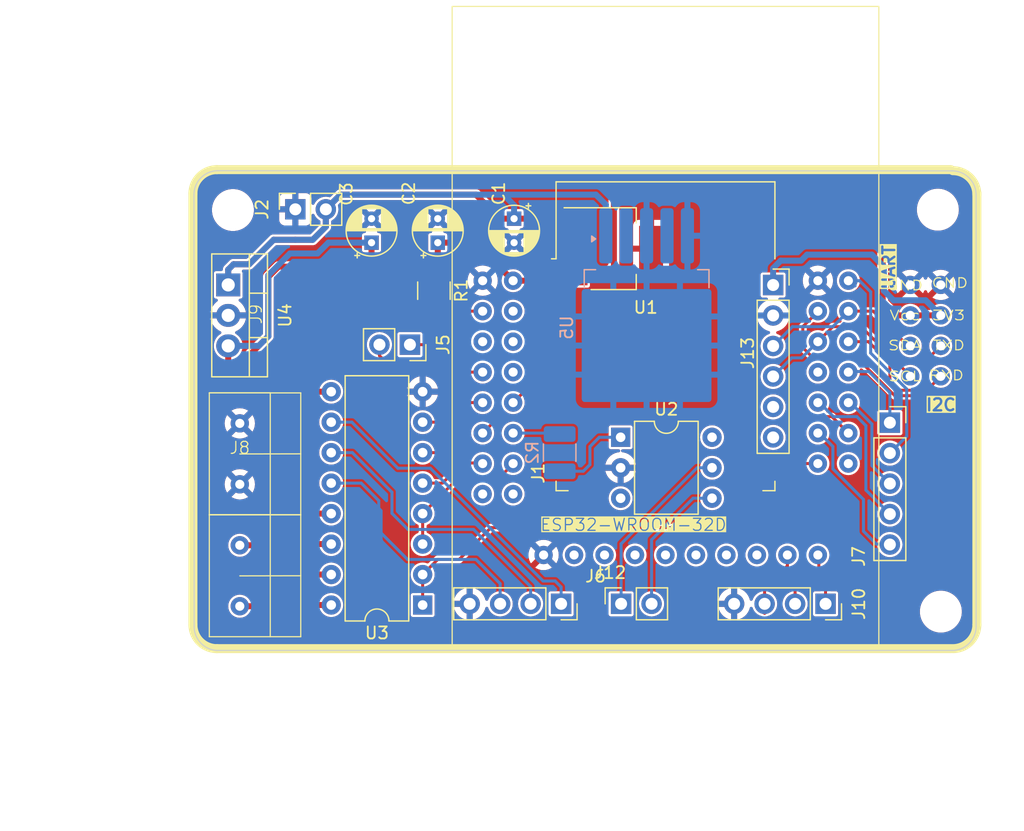
<source format=kicad_pcb>
(kicad_pcb (version 20240108) (generator "pcbnew") (generator_version "8.0")
  (layers (0 "F.Cu" signal) (31 "B.Cu" signal) (34 "B.Paste" user) (35 "F.Paste" user) (36 "B.SilkS" user "B.Silkscreen") (37 "F.SilkS" user "F.Silkscreen") (38 "B.Mask" user) (39 "F.Mask" user) (44 "Edge.Cuts" user))
  (net 0 "")
  (net 1 "GND")
  (net 2 "+3V3")
  (net 3 "+5V")
  (net 4 "/RXD")
  (net 5 "/TXD")
  (net 6 "/SDA")
  (net 7 "/OUT2")
  (net 8 "/OUT3")
  (net 9 "/SCL")
  (net 10 "/OUT1")
  (net 11 "/EN")
  (net 12 "/SOURCE2")
  (net 13 "/SOURCE1")
  (net 14 "/SOURCE3")
  (net 15 "/VDC")
  (net 16 "/DAC1")
  (net 17 "/DAC2")
  (net 18 "/GPIO13")
  (net 19 "/GPIO19")
  (net 20 "/GPIO17")
  (net 21 "/GPIO5")
  (net 22 "/GPIO18")
  (net 23 "/GPIO36")
  (net 24 "/ADC2_CH3")
  (net 25 "/GPIO32")
  (net 26 "/GPIO34")
  (net 27 "/SD_DATA1")
  (net 28 "/SD_DATA2")
  (net 29 "/SD_CLK")
  (net 30 "/SD_CMD")
  (net 31 "/SD_DATA3")
  (net 32 "/ADC2_CH0")
  (net 33 "/GPIO23")
  (net 34 "/SD_DATA0")
  (net 35 "/GPIO27")
  (net 36 "/ADC2_CH2")
  (net 37 "/BOOT")
  (net 39 "/V1-")
  (net 40 "Net-(R2-Pad2)")
  (net 41 "/V1+")
  (net 43 "/GPIO39")
  (net 44 "/DTR")
  (net 45 "/RTS")
  (net 46 "/OUT4")
  (net 47 "/SOURCE4")
  (net 48 "/OUT5")
  (net 49 "/SOURCE5")
  (footprint "Capacitor_THT:CP_Radial_D4.0mm_P2.00mm" (layer "F.Cu") (at 100.32 46 90)
    (property "Reference" "C2" (at 4.1 -2.42 -90) (layer "F.SilkS"))
    (property "Value" "1uF")
    (pad "1" thru_hole rect (at 0 0 90) (size 1.2 1.2) (drill 0.6) (layers "*.Cu" "*.Mask") (net 2 "+3V3"))
    (pad "2" thru_hole circle (at 2 0 90) (size 1.2 1.2) (drill 0.6) (layers "*.Cu" "*.Mask") (net 1 "GND"))
  )
  (footprint "Alexander Footprints Library:ESP32-WROOM-Adapter-Socket-2" (layer "F.Cu") (at 119.3 56.79)
    (property "Reference" "J1" (at -10.61 8.43 90) (layer "F.SilkS"))
    (property "Value" "~")
    (fp_text user "ESP32-WROOM-32D" (at -10.5 13.31 0) (layer "F.SilkS" knockout) (effects (font (thickness 0.1)) (justify left bottom)))
    (pad "" thru_hole circle (at -15.24 10.16) (size 1.524 1.524) (drill 0.762) (layers "*.Cu" "*.Mask"))
    (pad "" thru_hole circle (at -12.7 10.16) (size 1.524 1.524) (drill 0.762) (layers "*.Cu" "*.Mask"))
    (pad "1" thru_hole circle (at -15.24 -7.62) (size 1.524 1.524) (drill 0.762) (layers "*.Cu" "*.Mask") (net 1 "GND"))
    (pad "2" thru_hole circle (at -12.7 -7.62) (size 1.524 1.524) (drill 0.762) (layers "*.Cu" "*.Mask") (net 2 "+3V3"))
    (pad "3" thru_hole circle (at -15.24 -5.08) (size 1.524 1.524) (drill 0.762) (layers "*.Cu" "*.Mask") (net 11 "/EN"))
    (pad "4" thru_hole circle (at -12.7 -5.08) (size 1.524 1.524) (drill 0.762) (layers "*.Cu" "*.Mask") (net 23 "/GPIO36"))
    (pad "5" thru_hole circle (at -15.24 -2.54) (size 1.524 1.524) (drill 0.762) (layers "*.Cu" "*.Mask") (net 43 "/GPIO39"))
    (pad "6" thru_hole circle (at -12.7 -2.54) (size 1.524 1.524) (drill 0.762) (layers "*.Cu" "*.Mask") (net 26 "/GPIO34"))
    (pad "7" thru_hole circle (at -15.24 0) (size 1.524 1.524) (drill 0.762) (layers "*.Cu" "*.Mask") (net 48 "/OUT5"))
    (pad "8" thru_hole circle (at -12.7 0) (size 1.524 1.524) (drill 0.762) (layers "*.Cu" "*.Mask") (net 25 "/GPIO32"))
    (pad "9" thru_hole circle (at -15.24 2.54) (size 1.524 1.524) (drill 0.762) (layers "*.Cu" "*.Mask") (net 46 "/OUT4"))
    (pad "10" thru_hole circle (at -12.7 2.54) (size 1.524 1.524) (drill 0.762) (layers "*.Cu" "*.Mask") (net 16 "/DAC1"))
    (pad "11" thru_hole circle (at -15.24 5.08) (size 1.524 1.524) (drill 0.762) (layers "*.Cu" "*.Mask") (net 17 "/DAC2"))
    (pad "12" thru_hole circle (at -12.7 5.08) (size 1.524 1.524) (drill 0.762) (layers "*.Cu" "*.Mask") (net 35 "/GPIO27"))
    (pad "13" thru_hole circle (at -15.24 7.62) (size 1.524 1.524) (drill 0.762) (layers "*.Cu" "*.Mask") (net 8 "/OUT3"))
    (pad "14" thru_hole circle (at -12.7 7.62) (size 1.524 1.524) (drill 0.762) (layers "*.Cu" "*.Mask") (net 7 "/OUT2"))
    (pad "15" thru_hole circle (at -10.16 15.24 90) (size 1.524 1.524) (drill 0.762) (layers "*.Cu" "*.Mask") (net 1 "GND"))
    (pad "16" thru_hole circle (at -7.62 15.24 90) (size 1.524 1.524) (drill 0.762) (layers "*.Cu" "*.Mask") (net 18 "/GPIO13"))
    (pad "17" thru_hole circle (at -5.08 15.24 90) (size 1.524 1.524) (drill 0.762) (layers "*.Cu" "*.Mask") (net 28 "/SD_DATA2"))
    (pad "18" thru_hole circle (at -2.54 15.24 90) (size 1.524 1.524) (drill 0.762) (layers "*.Cu" "*.Mask") (net 31 "/SD_DATA3"))
    (pad "19" thru_hole circle (at 0 15.24 90) (size 1.524 1.524) (drill 0.762) (layers "*.Cu" "*.Mask") (net 30 "/SD_CMD"))
    (pad "20" thru_hole circle (at 2.54 15.24 90) (size 1.524 1.524) (drill 0.762) (layers "*.Cu" "*.Mask") (net 29 "/SD_CLK"))
    (pad "21" thru_hole circle (at 5.08 15.24 90) (size 1.524 1.524) (drill 0.762) (layers "*.Cu" "*.Mask") (net 34 "/SD_DATA0"))
    (pad "22" thru_hole circle (at 7.62 15.24 90) (size 1.524 1.524) (drill 0.762) (layers "*.Cu" "*.Mask") (net 27 "/SD_DATA1"))
    (pad "23" thru_hole circle (at 10.16 15.24 90) (size 1.524 1.524) (drill 0.762) (layers "*.Cu" "*.Mask") (net 24 "/ADC2_CH3"))
    (pad "24" thru_hole circle (at 12.7 15.24 90) (size 1.524 1.524) (drill 0.762) (layers "*.Cu" "*.Mask") (net 36 "/ADC2_CH2"))
    (pad "25" thru_hole circle (at 15.24 7.62) (size 1.524 1.524) (drill 0.762) (layers "*.Cu" "*.Mask") (net 37 "/BOOT"))
    (pad "26" thru_hole circle (at 12.7 7.62) (size 1.524 1.524) (drill 0.762) (layers "*.Cu" "*.Mask") (net 32 "/ADC2_CH0"))
    (pad "27" thru_hole circle (at 15.24 5.08) (size 1.524 1.524) (drill 0.762) (layers "*.Cu" "*.Mask") (net 10 "/OUT1"))
    (pad "28" thru_hole circle (at 12.7 5.08) (size 1.524 1.524) (drill 0.762) (layers "*.Cu" "*.Mask") (net 20 "/GPIO17"))
    (pad "29" thru_hole circle (at 15.24 2.54) (size 1.524 1.524) (drill 0.762) (layers "*.Cu" "*.Mask") (net 21 "/GPIO5"))
    (pad "30" thru_hole circle (at 12.7 2.54) (size 1.524 1.524) (drill 0.762) (layers "*.Cu" "*.Mask") (net 22 "/GPIO18"))
    (pad "31" thru_hole circle (at 15.24 0) (size 1.524 1.524) (drill 0.762) (layers "*.Cu" "*.Mask") (net 19 "/GPIO19"))
    (pad "32" thru_hole circle (at 12.7 0) (size 1.524 1.524) (drill 0.762) (layers "*.Cu" "*.Mask"))
    (pad "33" thru_hole circle (at 15.24 -2.54) (size 1.524 1.524) (drill 0.762) (layers "*.Cu" "*.Mask") (net 6 "/SDA"))
    (pad "34" thru_hole circle (at 12.7 -2.54) (size 1.524 1.524) (drill 0.762) (layers "*.Cu" "*.Mask") (net 4 "/RXD"))
    (pad "35" thru_hole circle (at 15.24 -5.08) (size 1.524 1.524) (drill 0.762) (layers "*.Cu" "*.Mask") (net 5 "/TXD"))
    (pad "36" thru_hole circle (at 12.7 -5.08) (size 1.524 1.524) (drill 0.762) (layers "*.Cu" "*.Mask") (net 9 "/SCL"))
    (pad "37" thru_hole circle (at 15.24 -7.62) (size 1.524 1.524) (drill 0.762) (layers "*.Cu" "*.Mask") (net 33 "/GPIO23"))
    (pad "38" thru_hole circle (at 12.7 -7.62) (size 1.524 1.524) (drill 0.762) (layers "*.Cu" "*.Mask") (net 1 "GND"))
  )
  (footprint "MountingHole:MountingHole_3mm" (layer "F.Cu") (at 142 43.25)
    (property "Reference" "H1" (hide yes))
    (property "Value" "MountingHole_Pad")
    (pad "" np_thru_hole circle (at 0 0) (size 3 3) (drill 3) (layers "*.Cu" "*.Mask"))
  )
  (footprint "MountingHole:MountingHole_3mm" (layer "F.Cu") (at 83.25 43.28)
    (property "Reference" "H2" (hide yes))
    (property "Value" "MountingHole_Pad")
    (pad "" np_thru_hole circle (at 0 0) (size 3 3) (drill 3) (layers "*.Cu" "*.Mask"))
  )
  (footprint "Package_DIP:DIP-16_W7.62mm" (layer "F.Cu") (at 99.06 76.2 180)
    (property "Reference" "U3" (at 3.81 -2.33 0) (layer "F.SilkS"))
    (property "Value" "ULN2003")
    (pad "1" thru_hole rect (at 0 0 180) (size 1.6 1.6) (drill 0.8) (layers "*.Cu" "*.Mask") (net 10 "/OUT1"))
    (pad "2" thru_hole oval (at 0 2.54 180) (size 1.6 1.6) (drill 0.8) (layers "*.Cu" "*.Mask") (net 10 "/OUT1"))
    (pad "3" thru_hole oval (at 0 5.08 180) (size 1.6 1.6) (drill 0.8) (layers "*.Cu" "*.Mask") (net 7 "/OUT2"))
    (pad "4" thru_hole oval (at 0 7.62 180) (size 1.6 1.6) (drill 0.8) (layers "*.Cu" "*.Mask") (net 7 "/OUT2"))
    (pad "5" thru_hole oval (at 0 10.16 180) (size 1.6 1.6) (drill 0.8) (layers "*.Cu" "*.Mask") (net 8 "/OUT3"))
    (pad "6" thru_hole oval (at 0 12.7 180) (size 1.6 1.6) (drill 0.8) (layers "*.Cu" "*.Mask") (net 46 "/OUT4"))
    (pad "7" thru_hole oval (at 0 15.24 180) (size 1.6 1.6) (drill 0.8) (layers "*.Cu" "*.Mask") (net 48 "/OUT5"))
    (pad "8" thru_hole oval (at 0 17.78 180) (size 1.6 1.6) (drill 0.8) (layers "*.Cu" "*.Mask") (net 1 "GND"))
    (pad "9" thru_hole oval (at 7.62 17.78 180) (size 1.6 1.6) (drill 0.8) (layers "*.Cu" "*.Mask") (net 3 "+5V"))
    (pad "10" thru_hole oval (at 7.62 15.24 180) (size 1.6 1.6) (drill 0.8) (layers "*.Cu" "*.Mask") (net 49 "/SOURCE5"))
    (pad "11" thru_hole oval (at 7.62 12.7 180) (size 1.6 1.6) (drill 0.8) (layers "*.Cu" "*.Mask") (net 47 "/SOURCE4"))
    (pad "12" thru_hole oval (at 7.62 10.16 180) (size 1.6 1.6) (drill 0.8) (layers "*.Cu" "*.Mask") (net 14 "/SOURCE3"))
    (pad "13" thru_hole oval (at 7.62 7.62 180) (size 1.6 1.6) (drill 0.8) (layers "*.Cu" "*.Mask") (net 12 "/SOURCE2"))
    (pad "14" thru_hole oval (at 7.62 5.08 180) (size 1.6 1.6) (drill 0.8) (layers "*.Cu" "*.Mask") (net 12 "/SOURCE2"))
    (pad "15" thru_hole oval (at 7.62 2.54 180) (size 1.6 1.6) (drill 0.8) (layers "*.Cu" "*.Mask") (net 13 "/SOURCE1"))
    (pad "16" thru_hole oval (at 7.62 0 180) (size 1.6 1.6) (drill 0.8) (layers "*.Cu" "*.Mask") (net 13 "/SOURCE1"))
  )
  (footprint "Package_DIP:DIP-6_W7.62mm" (layer "F.Cu") (at 115.56 62.22)
    (property "Reference" "U2" (at 3.81 -2.33 0) (layer "F.SilkS"))
    (property "Value" "4N35")
    (pad "1" thru_hole rect (at 0 0) (size 1.6 1.6) (drill 0.8) (layers "*.Cu" "*.Mask") (net 40 "Net-(R2-Pad2)"))
    (pad "2" thru_hole oval (at 0 2.54) (size 1.6 1.6) (drill 0.8) (layers "*.Cu" "*.Mask") (net 1 "GND"))
    (pad "3" thru_hole oval (at 0 5.08) (size 1.6 1.6) (drill 0.8) (layers "*.Cu" "*.Mask"))
    (pad "4" thru_hole oval (at 7.62 5.08) (size 1.6 1.6) (drill 0.8) (layers "*.Cu" "*.Mask") (net 39 "/V1-"))
    (pad "5" thru_hole oval (at 7.62 2.54) (size 1.6 1.6) (drill 0.8) (layers "*.Cu" "*.Mask") (net 41 "/V1+"))
    (pad "6" thru_hole oval (at 7.62 0) (size 1.6 1.6) (drill 0.8) (layers "*.Cu" "*.Mask"))
  )
  (footprint "Alexander Footprints Library:Conn_Terminal_5mm" (layer "F.Cu") (at 83.82 53.44)
    (property "Reference" "J9" (at 1.33 -1.49 90) (layer "F.SilkS") (effects (font (thickness 0.1))))
    (property "Value" "Conn_01x02_Socket")
    (pad "1" thru_hole circle (at 0 7.62) (size 1.524 1.524) (drill 0.762) (layers "*.Cu" "*.Mask") (net 1 "GND"))
    (pad "2" thru_hole circle (at 0 12.7) (size 1.524 1.524) (drill 0.762) (layers "*.Cu" "*.Mask") (net 1 "GND"))
  )
  (footprint "Resistor_SMD:R_1210_3225Metric_Pad1.30x2.65mm_HandSolder" (layer "F.Cu") (at 100 50 -90)
    (property "Reference" "R1" (at 0 -2.28 90) (layer "F.SilkS"))
    (property "Value" "10K")
    (pad "1" smd roundrect (at -1.55 0 270) (size 1.3 2.65) (layers "F.Cu" "F.Paste" "F.Mask") (roundrect_rratio 0.192308) (net 2 "+3V3"))
    (pad "2" smd roundrect (at 1.55 0 270) (size 1.3 2.65) (layers "F.Cu" "F.Paste" "F.Mask") (roundrect_rratio 0.192308) (net 11 "/EN"))
  )
  (footprint "Connector_PinSocket_2.54mm:PinSocket_1x05_P2.54mm_Vertical" (layer "F.Cu") (at 138 61)
    (property "Reference" "J7" (at -2.6 11.15 90) (layer "F.SilkS"))
    (property "Value" "GPIO")
    (pad "1" thru_hole rect (at 0 0) (size 1.7 1.7) (drill 1) (layers "*.Cu" "*.Mask") (net 19 "/GPIO19"))
    (pad "2" thru_hole oval (at 0 2.54) (size 1.7 1.7) (drill 1) (layers "*.Cu" "*.Mask") (net 33 "/GPIO23"))
    (pad "3" thru_hole oval (at 0 5.08) (size 1.7 1.7) (drill 1) (layers "*.Cu" "*.Mask") (net 21 "/GPIO5"))
    (pad "4" thru_hole oval (at 0 7.62) (size 1.7 1.7) (drill 1) (layers "*.Cu" "*.Mask") (net 22 "/GPIO18"))
    (pad "5" thru_hole oval (at 0 10.16) (size 1.7 1.7) (drill 1) (layers "*.Cu" "*.Mask") (net 20 "/GPIO17"))
  )
  (footprint "Connector_PinSocket_2.54mm:PinSocket_1x02_P2.54mm_Vertical" (layer "F.Cu") (at 88.45 43.22 90)
    (property "Reference" "J2" (at 0 -2.77 -90) (layer "F.SilkS"))
    (property "Value" "PWD")
    (pad "1" thru_hole rect (at 0 0 90) (size 1.7 1.7) (drill 1) (layers "*.Cu" "*.Mask") (net 1 "GND"))
    (pad "2" thru_hole oval (at 0 2.54 90) (size 1.7 1.7) (drill 1) (layers "*.Cu" "*.Mask") (net 15 "/VDC"))
  )
  (footprint "Connector_PinSocket_2.54mm:PinSocket_1x02_P2.54mm_Vertical" (layer "F.Cu") (at 115.6 76.1 90)
    (property "Reference" "J12" (at 2.6 -0.92 180) (layer "F.SilkS"))
    (property "Value" "Conn_01x02_Socket")
    (pad "1" thru_hole rect (at 0 0 90) (size 1.7 1.7) (drill 1) (layers "*.Cu" "*.Mask") (net 41 "/V1+"))
    (pad "2" thru_hole oval (at 0 2.54 90) (size 1.7 1.7) (drill 1) (layers "*.Cu" "*.Mask") (net 39 "/V1-"))
  )
  (footprint "Connector_PinSocket_2.54mm:PinSocket_1x04_P2.54mm_Vertical" (layer "F.Cu") (at 110.6 76.1 -90)
    (property "Reference" "J6" (at -2.3 -2.87 180) (layer "F.SilkS"))
    (property "Value" "SOURCE")
    (pad "1" thru_hole rect (at 0 0 270) (size 1.7 1.7) (drill 1) (layers "*.Cu" "*.Mask") (net 49 "/SOURCE5"))
    (pad "2" thru_hole oval (at 0 2.54 270) (size 1.7 1.7) (drill 1) (layers "*.Cu" "*.Mask") (net 47 "/SOURCE4"))
    (pad "3" thru_hole oval (at 0 5.08 270) (size 1.7 1.7) (drill 1) (layers "*.Cu" "*.Mask") (net 14 "/SOURCE3"))
    (pad "4" thru_hole oval (at 0 7.62 270) (size 1.7 1.7) (drill 1) (layers "*.Cu" "*.Mask") (net 1 "GND"))
  )
  (footprint "Connector_PinSocket_2.54mm:PinSocket_1x04_P2.54mm_Vertical" (layer "F.Cu") (at 132.64 76.1 -90)
    (property "Reference" "J10" (at 0 -2.77 90) (layer "F.SilkS"))
    (property "Value" "ADC")
    (pad "1" thru_hole rect (at 0 0 270) (size 1.7 1.7) (drill 1) (layers "*.Cu" "*.Mask") (net 36 "/ADC2_CH2"))
    (pad "2" thru_hole oval (at 0 2.54 270) (size 1.7 1.7) (drill 1) (layers "*.Cu" "*.Mask") (net 32 "/ADC2_CH0"))
    (pad "3" thru_hole oval (at 0 5.08 270) (size 1.7 1.7) (drill 1) (layers "*.Cu" "*.Mask") (net 24 "/ADC2_CH3"))
    (pad "4" thru_hole oval (at 0 7.62 270) (size 1.7 1.7) (drill 1) (layers "*.Cu" "*.Mask") (net 1 "GND"))
  )
  (footprint "Capacitor_THT:CP_Radial_D4.0mm_P2.00mm" (layer "F.Cu") (at 94.8 46 90)
    (property "Reference" "C3" (at 4.05 -2.1 -90) (layer "F.SilkS"))
    (property "Value" "1uF")
    (pad "1" thru_hole rect (at 0 0 90) (size 1.2 1.2) (drill 0.6) (layers "*.Cu" "*.Mask") (net 3 "+5V"))
    (pad "2" thru_hole circle (at 2 0 90) (size 1.2 1.2) (drill 0.6) (layers "*.Cu" "*.Mask") (net 1 "GND"))
  )
  (footprint "Connector_PinSocket_2.54mm:PinSocket_1x02_P2.54mm_Vertical" (layer "F.Cu") (at 98 54.5 -90)
    (property "Reference" "J5" (at 0 -2.77 90) (layer "F.SilkS"))
    (property "Value" "DAC_Socket")
    (pad "1" thru_hole rect (at 0 0 270) (size 1.7 1.7) (drill 1) (layers "*.Cu" "*.Mask") (net 16 "/DAC1"))
    (pad "2" thru_hole oval (at 0 2.54 270) (size 1.7 1.7) (drill 1) (layers "*.Cu" "*.Mask") (net 17 "/DAC2"))
  )
  (footprint "Alexander Footprints Library:Conn_UART" (layer "F.Cu") (at 139.7 41.9)
    (property "Reference" "J3" (hide yes))
    (property "Value" "UART")
    (fp_text user "3V3" (at 3.2 10.16 0) (layer "F.SilkS") (effects (font (size 0.8 1) (thickness 0.1))))
    (fp_text user "GND" (at 3.3 7.46 0) (layer "F.SilkS") (effects (font (size 0.8 1) (thickness 0.1))))
    (fp_text user "RXD" (at 3 15.16 0) (layer "F.SilkS") (effects (font (size 0.8 1) (thickness 0.1))))
    (fp_text user "TXD" (at 3.2 12.66 0) (layer "F.SilkS") (effects (font (size 0.8 1) (thickness 0.1))))
    (fp_text user "UART" (at -1.2 6.16 90) (layer "F.SilkS" knockout) (effects (font (thickness 0.2) (bold yes)) (justify bottom)))
    (pad "3V3" thru_hole circle (at 0 10.16) (size 1.524 1.524) (drill 0.762) (layers "*.Cu" "*.Mask") (net 2 "+3V3"))
    (pad "GND" thru_hole circle (at 0 7.62) (size 1.524 1.524) (drill 0.762) (layers "*.Cu" "*.Mask") (net 1 "GND"))
    (pad "RXD" thru_hole circle (at 0 15.24) (size 1.524 1.524) (drill 0.762) (layers "*.Cu" "*.Mask") (net 4 "/RXD"))
    (pad "TXD" thru_hole circle (at 0 12.7) (size 1.524 1.524) (drill 0.762) (layers "*.Cu" "*.Mask") (net 5 "/TXD"))
  )
  (footprint "Capacitor_THT:CP_Radial_D4.0mm_P2.00mm" (layer "F.Cu") (at 106.68 44 -90)
    (property "Reference" "C1" (at -2.1 1.28 90) (layer "F.SilkS"))
    (property "Value" "1uF")
    (pad "1" thru_hole rect (at 0 0 270) (size 1.2 1.2) (drill 0.6) (layers "*.Cu" "*.Mask") (net 15 "/VDC"))
    (pad "2" thru_hole circle (at 2 0 270) (size 1.2 1.2) (drill 0.6) (layers "*.Cu" "*.Mask") (net 1 "GND"))
  )
  (footprint "Package_TO_SOT_SMD:SOT-223-3_TabPin2" (layer "F.Cu") (at 114.95 46.5)
    (property "Reference" "U1" (at 2.7 4.9 0) (layer "F.SilkS"))
    (property "Value" "MAX1726EUK33")
    (pad "1" smd rect (at -3.15 -2.3) (size 2 1.5) (layers "F.Cu" "F.Paste" "F.Mask") (net 15 "/VDC"))
    (pad "2" smd rect (at -3.15 0) (size 2 1.5) (layers "F.Cu" "F.Paste" "F.Mask") (net 1 "GND"))
    (pad "2" smd rect (at 3.15 0) (size 2 3.8) (layers "F.Cu" "F.Paste" "F.Mask") (net 1 "GND"))
    (pad "3" smd rect (at -3.15 2.3) (size 2 1.5) (layers "F.Cu" "F.Paste" "F.Mask") (net 2 "+3V3"))
  )
  (footprint "Alexander Footprints Library:LD1117" (layer "F.Cu") (at 82.855 49.52 -90)
    (property "Reference" "U4" (at 2.54 -4.745 90) (layer "F.SilkS"))
    (property "Value" "L7805")
    (pad "1" thru_hole rect (at 0 0 270) (size 1.905 2) (drill 1.1) (layers "*.Cu" "*.Mask") (net 15 "/VDC"))
    (pad "2" thru_hole oval (at 2.54 0 270) (size 1.905 2) (drill 1.1) (layers "*.Cu" "*.Mask") (net 1 "GND"))
    (pad "3" thru_hole oval (at 5.08 0 270) (size 1.905 2) (drill 1.1) (layers "*.Cu" "*.Mask") (net 3 "+5V"))
  )
  (footprint "Alexander Footprints Library:Conn_I2C" (layer "F.Cu") (at 142.24 41.9)
    (property "Reference" "J4" (hide yes))
    (property "Value" "I2C")
    (fp_text user "I2C" (at 0.01 18.206 0) (layer "F.SilkS" knockout) (effects (font (thickness 0.2) (bold yes)) (justify bottom)))
    (fp_text user "SCL" (at -2.99 15.24 0) (layer "F.SilkS") (effects (font (size 0.8 1) (thickness 0.1))))
    (fp_text user "SDA" (at -2.99 12.666 0) (layer "F.SilkS") (effects (font (size 0.8 1) (thickness 0.1))))
    (fp_text user "GND" (at -2.99 7.666 0) (layer "F.SilkS") (effects (font (size 0.8 1) (thickness 0.1))))
    (fp_text user "Vcc" (at -2.99 10.16 0) (layer "F.SilkS") (effects (font (size 0.8 1) (thickness 0.1))))
    (pad "GND" thru_hole circle (at 0 7.62) (size 1.524 1.524) (drill 0.762) (layers "*.Cu" "*.Mask") (net 1 "GND"))
    (pad "SCL" thru_hole circle (at 0 15.24) (size 1.524 1.524) (drill 0.762) (layers "*.Cu" "*.Mask") (net 9 "/SCL"))
    (pad "SDA" thru_hole circle (at 0 12.7) (size 1.524 1.524) (drill 0.762) (layers "*.Cu" "*.Mask") (net 6 "/SDA"))
    (pad "Vcc" thru_hole circle (at 0 10.16) (size 1.524 1.524) (drill 0.762) (layers "*.Cu" "*.Mask") (net 2 "+3V3"))
  )
  (footprint "MountingHole:MountingHole_3mm" (layer "F.Cu") (at 142.25 76.75)
    (property "Reference" "H4" (hide yes))
    (property "Value" "MountingHole_Pad")
    (pad "" np_thru_hole circle (at 0 0) (size 3 3) (drill 3) (layers "*.Cu" "*.Mask"))
  )
  (footprint "Connector_PinSocket_2.54mm:PinSocket_1x06_P2.54mm_Vertical" (layer "F.Cu") (at 128.27 49.53)
    (property "Reference" "J13" (at -2.12 5.67 90) (layer "F.SilkS"))
    (property "Value" "Conn_01x06_Socket")
    (pad "1" thru_hole rect (at 0 0) (size 1.7 1.7) (drill 1) (layers "*.Cu" "*.Mask") (net 2 "+3V3"))
    (pad "2" thru_hole oval (at 0 2.54) (size 1.7 1.7) (drill 1) (layers "*.Cu" "*.Mask") (net 1 "GND"))
    (pad "3" thru_hole oval (at 0 5.08) (size 1.7 1.7) (drill 1) (layers "*.Cu" "*.Mask") (net 5 "/TXD"))
    (pad "4" thru_hole oval (at 0 7.62) (size 1.7 1.7) (drill 1) (layers "*.Cu" "*.Mask") (net 4 "/RXD"))
    (pad "5" thru_hole oval (at 0 10.16) (size 1.7 1.7) (drill 1) (layers "*.Cu" "*.Mask") (net 45 "/RTS"))
    (pad "6" thru_hole oval (at 0 12.7) (size 1.7 1.7) (drill 1) (layers "*.Cu" "*.Mask") (net 44 "/DTR"))
  )
  (footprint "Alexander Footprints Library:Conn_Terminal_5mm" (layer "F.Cu") (at 83.82 63.6)
    (property "Reference" "J8" (at 0 -0.5 0) (layer "F.SilkS") (effects (font (thickness 0.1))))
    (property "Value" "Conn_01x02_Socket")
    (pad "1" thru_hole circle (at 0 7.62) (size 1.524 1.524) (drill 0.762) (layers "*.Cu" "*.Mask") (net 12 "/SOURCE2"))
    (pad "2" thru_hole circle (at 0 12.7) (size 1.524 1.524) (drill 0.762) (layers "*.Cu" "*.Mask") (net 13 "/SOURCE1"))
  )
  (footprint "Package_TO_SOT_SMD:TO-263-5_TabPin3" (layer "B.Cu") (at 117.725 53.075 -90)
    (property "Reference" "U5" (at 0 6.65 90) (layer "B.SilkS") (effects (justify mirror)))
    (property "Value" "LM2596S-ADJ")
    (pad "1" smd roundrect (at -7.65 3.4 270) (size 4.6 1.1) (layers "B.Cu" "B.Paste" "B.Mask") (roundrect_rratio 0.227273) (net 15 "/VDC"))
    (pad "2" smd roundrect (at -7.65 1.7 270) (size 4.6 1.1) (layers "B.Cu" "B.Paste" "B.Mask") (roundrect_rratio 0.227273))
    (pad "3" smd roundrect (at -7.65 0 270) (size 4.6 1.1) (layers "B.Cu" "B.Paste" "B.Mask") (roundrect_rratio 0.227273) (net 1 "GND"))
    (pad "3" smd roundrect (at -0.925 -2.775 270) (size 4.55 5.25) (layers "B.Cu" "B.Paste") (roundrect_rratio 0.054945) (net 1 "GND"))
    (pad "3" smd roundrect (at -0.925 2.775 270) (size 4.55 5.25) (layers "B.Cu" "B.Paste") (roundrect_rratio 0.054945) (net 1 "GND"))
    (pad "3" smd roundrect (at 1.5 0 270) (size 9.4 10.8) (layers "B.Cu" "B.Mask") (roundrect_rratio 0.026596) (net 1 "GND"))
    (pad "3" smd roundrect (at 3.925 -2.775 270) (size 4.55 5.25) (layers "B.Cu" "B.Paste") (roundrect_rratio 0.054945) (net 1 "GND"))
    (pad "3" smd roundrect (at 3.925 2.775 270) (size 4.55 5.25) (layers "B.Cu" "B.Paste") (roundrect_rratio 0.054945) (net 1 "GND"))
    (pad "4" smd roundrect (at -7.65 -1.7 270) (size 4.6 1.1) (layers "B.Cu" "B.Paste" "B.Mask") (roundrect_rratio 0.227273))
    (pad "5" smd roundrect (at -7.65 -3.4 270) (size 4.6 1.1) (layers "B.Cu" "B.Paste" "B.Mask") (roundrect_rratio 0.227273) (net 1 "GND"))
  )
  (footprint "Resistor_SMD:R_1210_3225Metric_Pad1.30x2.65mm_HandSolder" (layer "B.Cu") (at 110.48 63.5 -90)
    (property "Reference" "R2" (at 0 2.28 90) (layer "B.SilkS") (effects (justify mirror)))
    (property "Value" "1K")
    (pad "1" smd roundrect (at -1.55 0 270) (size 1.3 2.65) (layers "B.Cu" "B.Paste" "B.Mask") (roundrect_rratio 0.192308) (net 35 "/GPIO27"))
    (pad "2" smd roundrect (at 1.55 0 270) (size 1.3 2.65) (layers "B.Cu" "B.Paste" "B.Mask") (roundrect_rratio 0.192308) (net 40 "Net-(R2-Pad2)"))
  )
  (gr_line (start 145.25 41.86421) (end 145.25 77.835782) (stroke (width 0.75)) (layer "F.SilkS"))
  (gr_line (start 81.914218 39.914218) (end 143.08579 39.914218) (stroke (width 0.75)) (layer "F.SilkS"))
  (gr_arc (start 145.25 77.835782) (mid 144.664218 79.25) (end 143.25 79.835782) (stroke (width 0.75)) (layer "F.SilkS"))
  (gr_line (start 79.914218 41.86421) (end 79.914218 77.835782) (stroke (width 0.75)) (layer "F.SilkS"))
  (gr_arc (start 81.914218 79.835782) (mid 80.5 79.25) (end 79.914218 77.835782) (stroke (width 0.75)) (layer "F.SilkS"))
  (gr_arc (start 143.25 40) (mid 144.664218 40.585782) (end 145.25 42) (stroke (width 0.75)) (layer "F.SilkS"))
  (gr_arc (start 79.914218 41.914218) (mid 80.5 40.5) (end 81.914218 39.914218) (stroke (width 0.75)) (layer "F.SilkS"))
  (gr_line (start 81.914214 79.835782) (end 143.085786 79.835782) (stroke (width 0.75)) (layer "F.SilkS"))
  (gr_line (start 80 42) (end 80.014214 77.985786) (stroke (width 0.1)) (layer "Edge.Cuts"))
  (gr_arc (start 143.185786 40.014214) (mid 144.6 40.6) (end 145.185786 42.014214) (stroke (width 0.1)) (layer "Edge.Cuts"))
  (gr_arc (start 82.014214 79.985786) (mid 80.6 79.4) (end 80.014214 77.985786) (stroke (width 0.1)) (layer "Edge.Cuts"))
  (gr_line (start 145.185786 42.014214) (end 145.185786 77.985786) (stroke (width 0.1)) (layer "Edge.Cuts"))
  (gr_arc (start 80 42) (mid 80.585786 40.585786) (end 82 40) (stroke (width 0.1)) (layer "Edge.Cuts"))
  (gr_line (start 82.014214 79.985786) (end 143.185786 79.985786) (stroke (width 0.1)) (layer "Edge.Cuts"))
  (gr_arc (start 145.185786 77.985786) (mid 144.6 79.4) (end 143.185786 79.985786) (stroke (width 0.1)) (layer "Edge.Cuts"))
  (gr_line (start 143.185786 40.014214) (end 82 40) (stroke (width 0.1)) (layer "Edge.Cuts"))
  (segment (start 84.21 65.75) (end 83.82 66.14) (width 0.5) (layer "F.Cu") (net 1))
  (segment (start 103.43 46) (end 106.6 49.17) (width 0.5) (layer "F.Cu") (net 2))
  (segment (start 142.24 52.06) (end 139.7 52.06) (width 0.5) (layer "F.Cu") (net 2))
  (segment (start 136.3 41.5) (end 137.4 42.6) (width 0.5) (layer "F.Cu") (net 2))
  (segment (start 100.32 48.13) (end 100 48.45) (width 0.5) (layer "F.Cu") (net 2))
  (segment (start 109.2 48.8) (end 111.8 48.8) (width 0.5) (layer "F.Cu") (net 2))
  (segment (start 100.32 46) (end 100.32 48.13) (width 0.5) (layer "F.Cu") (net 2))
  (segment (start 108.83 49.17) (end 109.2 48.8) (width 0.5) (layer "F.Cu") (net 2))
  (segment (start 100.2 46) (end 103.43 46) (width 0.5) (layer "F.Cu") (net 2))
  (segment (start 115 48) (end 115 42.5) (width 0.5) (layer "F.Cu") (net 2))
  (segment (start 116 41.5) (end 136.3 41.5) (width 0.5) (layer "F.Cu") (net 2))
  (segment (start 106.6 49.17) (end 108.83 49.17) (width 0.5) (layer "F.Cu") (net 2))
  (segment (start 137.4 51) (end 138.46 52.06) (width 0.5) (layer "F.Cu") (net 2))
  (segment (start 114.2 48.8) (end 115 48) (width 0.5) (layer "F.Cu") (net 2))
  (segment (start 115 42.5) (end 116 41.5) (width 0.5) (layer "F.Cu") (net 2))
  (segment (start 137.4 42.6) (end 137.4 51) (width 0.5) (layer "F.Cu") (net 2))
  (segment (start 138.46 52.06) (end 139.7 52.06) (width 0.5) (layer "F.Cu") (net 2))
  (segment (start 111.8 48.8) (end 114.2 48.8) (width 0.5) (layer "F.Cu") (net 2))
  (segment (start 136.5 47) (end 131.1 47) (width 0.5) (layer "B.Cu") (net 2))
  (segment (start 138.3 50.8) (end 137.5 50) (width 0.5) (layer "B.Cu") (net 2))
  (segment (start 137.5 48) (end 136.5 47) (width 0.5) (layer "B.Cu") (net 2))
  (segment (start 137.5 50) (end 137.5 48) (width 0.5) (layer "B.Cu") (net 2))
  (segment (start 128.9 47.5) (end 128.27 48.13) (width 0.5) (layer "B.Cu") (net 2))
  (segment (start 131.1 47) (end 130.6 47.5) (width 0.5) (layer "B.Cu") (net 2))
  (segment (start 130.6 47.5) (end 128.9 47.5) (width 0.5) (layer "B.Cu") (net 2))
  (segment (start 142.24 52.06) (end 140.98 50.8) (width 0.5) (layer "B.Cu") (net 2))
  (segment (start 140.98 50.8) (end 138.3 50.8) (width 0.5) (layer "B.Cu") (net 2))
  (segment (start 106.77 49) (end 106.6 49.17) (width 0.5) (layer "B.Cu") (net 2))
  (segment (start 128.27 48.13) (end 128.27 49.53) (width 0.5) (layer "B.Cu") (net 2))
  (segment (start 94.8 47.2) (end 94.8 46) (width 0.5) (layer "F.Cu") (net 3))
  (segment (start 86.2 53.8) (end 86.2 48.85) (width 0.5) (layer "F.Cu") (net 3))
  (segment (start 91.44 58.42) (end 84.82 58.42) (width 0.5) (layer "F.Cu") (net 3))
  (segment (start 82.855 56.455) (end 82.855 55.14) (width 0.5) (layer "F.Cu") (net 3))
  (segment (start 86.2 48.85) (end 87.05 48) (width 0.5) (layer "F.Cu") (net 3))
  (segment (start 94 48) (end 94.8 47.2) (width 0.5) (layer "F.Cu") (net 3))
  (segment (start 84.82 58.42) (end 82.855 56.455) (width 0.5) (layer "F.Cu") (net 3))
  (segment (start 83.6 57.2) (end 83.6 56.4) (width 0.5) (layer "F.Cu") (net 3))
  (segment (start 83.6 56.4) (end 86.2 53.8) (width 0.5) (layer "F.Cu") (net 3))
  (segment (start 87.05 48) (end 94 48) (width 0.5) (layer "F.Cu") (net 3))
  (segment (start 88 46.9) (end 86.2 48.7) (width 0.5) (layer "B.Cu") (net 3))
  (segment (start 86.2 53.8) (end 85.4 54.6) (width 0.5) (layer "B.Cu") (net 3))
  (segment (start 91.2 46) (end 90.3 46.9) (width 0.5) (layer "B.Cu") (net 3))
  (segment (start 85.4 54.6) (end 82.855 54.6) (width 0.5) (layer "B.Cu") (net 3))
  (segment (start 86.2 48.7) (end 86.2 53.8) (width 0.5) (layer "B.Cu") (net 3))
  (segment (start 90.3 46.9) (end 88 46.9) (width 0.5) (layer "B.Cu") (net 3))
  (segment (start 94.8 46) (end 91.2 46) (width 0.5) (layer "B.Cu") (net 3))
  (segment (start 139.7 57.1) (end 139.7 57.14) (width 0.25) (layer "F.Cu") (net 4))
  (segment (start 133.25 53) (end 135.6 53) (width 0.25) (layer "F.Cu") (net 4))
  (segment (start 135.6 53) (end 139.7 57.1) (width 0.25) (layer "F.Cu") (net 4))
  (segment (start 132 54.25) (end 133.25 53) (width 0.25) (layer "F.Cu") (net 4))
  (segment (start 140.3 57.2) (end 139.3 57.2) (width 0.25) (layer "F.Cu") (net 4))
  (segment (start 130.65 55.6) (end 132 54.25) (width 0.25) (layer "B.Cu") (net 4))
  (segment (start 129.82 55.6) (end 130.65 55.6) (width 0.25) (layer "B.Cu") (net 4))
  (segment (start 128.27 57.15) (end 129.82 55.6) (width 0.25) (layer "B.Cu") (net 4))
  (segment (start 136.61 51.71) (end 134.54 51.71) (width 0.25) (layer "F.Cu") (net 5))
  (segment (start 134.74 51.54) (end 134.62 51.66) (width 0.25) (layer "F.Cu") (net 5))
  (segment (start 139.5 54.6) (end 136.61 51.71) (width 0.25) (layer "F.Cu") (net 5))
  (segment (start 139.7 54.6) (end 139.5 54.6) (width 0.25) (layer "F.Cu") (net 5))
  (segment (start 129.88 53) (end 133.25 53) (width 0.25) (layer "B.Cu") (net 5))
  (segment (start 133.25 53) (end 134.54 51.71) (width 0.25) (layer "B.Cu") (net 5))
  (segment (start 128.27 54.61) (end 129.88 53) (width 0.25) (layer "B.Cu") (net 5))
  (segment (start 138.59 58.3) (end 140.4 58.3) (width 0.25) (layer "F.Cu") (net 6))
  (segment (start 136.213604 54.25) (end 138 56.036396) (width 0.25) (layer "F.Cu") (net 6))
  (segment (start 138 57.71) (end 138.59 58.3) (width 0.25) (layer "F.Cu") (net 6))
  (segment (start 140.9 55.94) (end 142.24 54.6) (width 0.25) (layer "F.Cu") (net 6))
  (segment (start 140.9 57.8) (end 140.9 55.94) (width 0.25) (layer "F.Cu") (net 6))
  (segment (start 134.54 54.25) (end 136.213604 54.25) (width 0.25) (layer "F.Cu") (net 6))
  (segment (start 138 56.036396) (end 138 57.71) (width 0.25) (layer "F.Cu") (net 6))
  (segment (start 142.24 54.6) (end 142.24 55.26) (width 0.25) (layer "F.Cu") (net 6))
  (segment (start 140.4 58.3) (end 140.9 57.8) (width 0.25) (layer "F.Cu") (net 6))
  (segment (start 99.06 71.12) (end 99.06 68.58) (width 0.25) (layer "F.Cu") (net 7))
  (segment (start 102.04 65.6) (end 105.44 65.6) (width 0.25) (layer "F.Cu") (net 7))
  (segment (start 99.06 68.58) (end 102.04 65.6) (width 0.25) (layer "F.Cu") (net 7))
  (segment (start 105.44 65.6) (end 106.68 64.36) (width 0.25) (layer "F.Cu") (net 7))
  (segment (start 102.39 64.36) (end 104.14 64.36) (width 0.25) (layer "F.Cu") (net 8))
  (segment (start 100.71 66.04) (end 102.39 64.36) (width 0.25) (layer "F.Cu") (net 8))
  (segment (start 99.06 66.04) (end 100.71 66.04) (width 0.25) (layer "F.Cu") (net 8))
  (segment (start 131.5 55.5) (end 135.153604 55.5) (width 0.25) (layer "F.Cu") (net 9))
  (segment (start 130.745 54.745) (end 131.5 55.5) (width 0.25) (layer "F.Cu") (net 9))
  (segment (start 132.08 51.66) (end 130.745 52.995) (width 0.25) (layer "F.Cu") (net 9))
  (segment (start 135.153604 55.5) (end 138.403604 58.75) (width 0.25) (layer "F.Cu") (net 9))
  (segment (start 138.403604 58.75) (end 140.63 58.75) (width 0.25) (layer "F.Cu") (net 9))
  (segment (start 140.63 58.75) (end 142.24 57.14) (width 0.25) (layer "F.Cu") (net 9))
  (segment (start 130.745 52.995) (end 130.745 54.745) (width 0.25) (layer "F.Cu") (net 9))
  (segment (start 128.55 69.05) (end 127.85 69.75) (width 0.25) (layer "F.Cu") (net 10))
  (segment (start 100.32 72.4) (end 99.06 73.66) (width 0.25) (layer "F.Cu") (net 10))
  (segment (start 99.06 76.2) (end 99.06 73.66) (width 0.25) (layer "F.Cu") (net 10))
  (segment (start 104.75 69.75) (end 102.1 72.4) (width 0.25) (layer "F.Cu") (net 10))
  (segment (start 130.25 61.75) (end 130.25 64.313604) (width 0.25) (layer "F.Cu") (net 10))
  (segment (start 127.85 69.75) (end 104.75 69.75) (width 0.25) (layer "F.Cu") (net 10))
  (segment (start 134.54 61.87) (end 133.17 60.5) (width 0.25) (layer "F.Cu") (net 10))
  (segment (start 128.55 66.013604) (end 128.55 69.05) (width 0.25) (layer "F.Cu") (net 10))
  (segment (start 130.25 64.313604) (end 128.55 66.013604) (width 0.25) (layer "F.Cu") (net 10))
  (segment (start 133.17 60.5) (end 131.5 60.5) (width 0.25) (layer "F.Cu") (net 10))
  (segment (start 131.5 60.5) (end 130.25 61.75) (width 0.25) (layer "F.Cu") (net 10))
  (segment (start 102.1 72.4) (end 100.32 72.4) (width 0.25) (layer "F.Cu") (net 10))
  (segment (start 104.06 51.71) (end 100.16 51.71) (width 0.25) (layer "F.Cu") (net 11))
  (segment (start 103.72 52.05) (end 104.06 51.71) (width 0.25) (layer "F.Cu") (net 11))
  (segment (start 100.16 51.71) (end 100 51.55) (width 0.25) (layer "F.Cu") (net 11))
  (segment (start 83.82 71.22) (end 87.03 71.22) (width 0.5) (layer "F.Cu") (net 12))
  (segment (start 88.62 71.12) (end 91.44 71.12) (width 0.5) (layer "F.Cu") (net 12))
  (segment (start 89.67 68.58) (end 91.44 68.58) (width 0.5) (layer "F.Cu") (net 12))
  (segment (start 88.11 70.61) (end 88.62 71.12) (width 0.5) (layer "F.Cu") (net 12))
  (segment (start 87.03 71.22) (end 89.67 68.58) (width 0.5) (layer "F.Cu") (net 12))
  (segment (start 91.44 73.66) (end 89.59 73.66) (width 0.5) (layer "F.Cu") (net 13))
  (segment (start 87.875 75.375) (end 88.7 76.2) (width 0.5) (layer "F.Cu") (net 13))
  (segment (start 88.7 76.2) (end 91.44 76.2) (width 0.5) (layer "F.Cu") (net 13))
  (segment (start 86.95 76.3) (end 87.875 75.375) (width 0.5) (layer "F.Cu") (net 13))
  (segment (start 86.95 76.3) (end 83.82 76.3) (width 0.5) (layer "F.Cu") (net 13))
  (segment (start 89.59 73.66) (end 86.95 76.3) (width 0.5) (layer "F.Cu") (net 13))
  (segment (start 97.8 72.4) (end 95.4 70) (width 0.25) (layer "B.Cu") (net 14))
  (segment (start 95.4 67.5) (end 93.94 66.04) (width 0.25) (layer "B.Cu") (net 14))
  (segment (start 103.5 72.4) (end 97.8 72.4) (width 0.25) (layer "B.Cu") (net 14))
  (segment (start 93.94 66.04) (end 91.44 66.04) (width 0.25) (layer "B.Cu") (net 14))
  (segment (start 105.52 74.42) (end 103.5 72.4) (width 0.25) (layer "B.Cu") (net 14))
  (segment (start 95.4 70) (end 95.4 67.5) (width 0.25) (layer "B.Cu") (net 14))
  (segment (start 105.52 76.1) (end 105.52 74.42) (width 0.25) (layer "B.Cu") (net 14))
  (segment (start 88.45 45.76) (end 86.64 45.76) (width 0.5) (layer "F.Cu") (net 15))
  (segment (start 92.21 42) (end 90.99 43.22) (width 0.5) (layer "F.Cu") (net 15))
  (segment (start 89.9 45.76) (end 88.45 45.76) (width 0.5) (layer "F.Cu") (net 15))
  (segment (start 82.855 48.245) (end 82.855 50.06) (width 0.5) (layer "F.Cu") (net 15))
  (segment (start 84.6 47.8) (end 83.3 47.8) (width 0.5) (layer "F.Cu") (net 15))
  (segment (start 90.99 44.67) (end 89.9 45.76) (width 0.5) (layer "F.Cu") (net 15))
  (segment (start 83.3 47.8) (end 82.855 48.245) (width 0.5) (layer "F.Cu") (net 15))
  (segment (start 109.3 44) (end 109.5 44.2) (width 0.5) (layer "F.Cu") (net 15))
  (segment (start 109.5 44.2) (end 111.8 44.2) (width 0.5) (layer "F.Cu") (net 15))
  (segment (start 106.68 44) (end 109.3 44) (width 0.5) (layer "F.Cu") (net 15))
  (segment (start 105.5 44) (end 103.5 42) (width 0.5) (layer "F.Cu") (net 15))
  (segment (start 106.68 44) (end 105.5 44) (width 0.5) (layer "F.Cu") (net 15))
  (segment (start 90.99 43.22) (end 90.99 44.67) (width 0.5) (layer "F.Cu") (net 15))
  (segment (start 103.5 42) (end 92.21 42) (width 0.5) (layer "F.Cu") (net 15))
  (segment (start 86.64 45.76) (end 84.6 47.8) (width 0.5) (layer "F.Cu") (net 15))
  (segment (start 89.9 45.76) (end 90.99 44.67) (width 0.5) (layer "B.Cu") (net 15))
  (segment (start 92.21 42) (end 105.8 42) (width 0.5) (layer "B.Cu") (net 15))
  (segment (start 90.99 44.67) (end 90.99 43.22) (width 0.5) (layer "B.Cu") (net 15))
  (segment (start 105.8 42) (end 106.68 42.88) (width 0.5) (layer "B.Cu") (net 15))
  (segment (start 84.6 47.8) (end 86.64 45.76) (width 0.5) (layer "B.Cu") (net 15))
  (segment (start 114.325 42.825) (end 113.5 42) (width 0.5) (layer "B.Cu") (net 15))
  (segment (start 113.5 42) (end 105.8 42) (width 0.5) (layer "B.Cu") (net 15))
  (segment (start 83.3 47.8) (end 84.6 47.8) (width 0.5) (layer "B.Cu") (net 15))
  (segment (start 86.64 45.76) (end 89.9 45.76) (width 0.5) (layer "B.Cu") (net 15))
  (segment (start 106.68 42.88) (end 106.68 44) (width 0.5) (layer "B.Cu") (net 15))
  (segment (start 114.325 45.425) (end 114.325 42.825) (width 0.5) (layer "B.Cu") (net 15))
  (segment (start 90.99 43.22) (end 92.21 42) (width 0.5) (layer "B.Cu") (net 15))
  (segment (start 82.855 49.52) (end 82.855 48.245) (width 0.5) (layer "B.Cu") (net 15))
  (segment (start 82.855 48.245) (end 83.3 47.8) (width 0.5) (layer "B.Cu") (net 15))
  (segment (start 107.1 52.9) (end 108.1 53.9) (width 0.25) (layer "F.Cu") (net 16))
  (segment (start 108.1 57.83) (end 106.6 59.33) (width 0.25) (layer "F.Cu") (net 16))
  (segment (start 102.6 52.9) (end 107.1 52.9) (width 0.25) (layer "F.Cu") (net 16))
  (segment (start 98 54.5) (end 101 54.5) (width 0.25) (layer "F.Cu") (net 16))
  (segment (start 101 54.5) (end 102.6 52.9) (width 0.25) (layer "F.Cu") (net 16))
  (segment (start 108.1 53.9) (end 108.1 57.83) (width 0.25) (layer "F.Cu") (net 16))
  (segment (start 105.4 56.3) (end 104.6 55.5) (width 0.25) (layer "F.Cu") (net 17))
  (segment (start 96.04 56) (end 102 56) (width 0.25) (layer "F.Cu") (net 17))
  (segment (start 102 56) (end 102.5 55.5) (width 0.25) (layer "F.Cu") (net 17))
  (segment (start 95.46 54.5) (end 95.46 55.42) (width 0.25) (layer "F.Cu") (net 17))
  (segment (start 104.6 55.5) (end 102.5 55.5) (width 0.25) (layer "F.Cu") (net 17))
  (segment (start 104.06 61.87) (end 105.4 60.53) (width 0.25) (layer "F.Cu") (net 17))
  (segment (start 105.4 60.53) (end 105.4 56.3) (width 0.25) (layer "F.Cu") (net 17))
  (segment (start 102.5 55.5) (end 102.48 55.5) (width 0.25) (layer "F.Cu") (net 17))
  (segment (start 95.46 55.42) (end 96.04 56) (width 0.25) (layer "F.Cu") (net 17))
  (segment (start 138.5 60.96) (end 138.46 61) (width 0.25) (layer "B.Cu") (net 19))
  (segment (start 138 61) (end 138 58.5) (width 0.25) (layer "B.Cu") (net 19))
  (segment (start 136.24 56.74) (end 134.62 56.74) (width 0.25) (layer "B.Cu") (net 19))
  (segment (start 138 58.5) (end 136.24 56.74) (width 0.25) (layer "B.Cu") (net 19))
  (segment (start 135.8 70.05) (end 135.8 67.4) (width 0.25) (layer "B.Cu") (net 20))
  (segment (start 136.87 71.12) (end 135.8 70.05) (width 0.25) (layer "B.Cu") (net 20))
  (segment (start 138.5 71.12) (end 136.87 71.12) (width 0.25) (layer "B.Cu") (net 20))
  (segment (start 135.8 67.4) (end 133.25 64.85) (width 0.25) (layer "B.Cu") (net 20))
  (segment (start 133.25 62.99) (end 132.08 61.82) (width 0.25) (layer "B.Cu") (net 20))
  (segment (start 133.25 64.85) (end 133.25 62.99) (width 0.25) (layer "B.Cu") (net 20))
  (segment (start 137.96 66.04) (end 136.5 64.58) (width 0.25) (layer "B.Cu") (net 21))
  (segment (start 136.5 64.58) (end 136.5 61.113604) (width 0.25) (layer "B.Cu") (net 21))
  (segment (start 136.5 61.113604) (end 134.666396 59.28) (width 0.25) (layer "B.Cu") (net 21))
  (segment (start 134.666396 59.28) (end 134.62 59.28) (width 0.25) (layer "B.Cu") (net 21))
  (segment (start 133.3 60.5) (end 132.08 59.28) (width 0.25) (layer "B.Cu") (net 22))
  (segment (start 136 66.62) (end 136 61.25) (width 0.25) (layer "B.Cu") (net 22))
  (segment (start 136 61.25) (end 135.25 60.5) (width 0.25) (layer "B.Cu") (net 22))
  (segment (start 137.96 68.58) (end 136 66.62) (width 0.25) (layer "B.Cu") (net 22))
  (segment (start 135.25 60.5) (end 133.3 60.5) (width 0.25) (layer "B.Cu") (net 22))
  (segment (start 127.56 74.84) (end 129.46 72.94) (width 0.25) (layer "F.Cu") (net 24))
  (segment (start 129.46 72.94) (end 129.46 72.03) (width 0.25) (layer "F.Cu") (net 24))
  (segment (start 127.56 76.9) (end 127.56 75.64) (width 0.25) (layer "F.Cu") (net 24))
  (segment (start 127.56 76.1) (end 127.56 74.84) (width 0.25) (layer "F.Cu") (net 24))
  (segment (start 130.75 73.96) (end 130.75 70.75) (width 0.25) (layer "F.Cu") (net 32))
  (segment (start 130.79 64.41) (end 132 64.41) (width 0.25) (layer "F.Cu") (net 32))
  (segment (start 130.75 70.75) (end 129 69) (width 0.25) (layer "F.Cu") (net 32))
  (segment (start 129 66.2) (end 130.79 64.41) (width 0.25) (layer "F.Cu") (net 32))
  (segment (start 130.1 74.61) (end 130.75 73.96) (width 0.25) (layer "F.Cu") (net 32))
  (segment (start 130.1 76.1) (end 130.1 74.61) (width 0.25) (layer "F.Cu") (net 32))
  (segment (start 129 69) (end 129 66.2) (width 0.25) (layer "F.Cu") (net 32))
  (segment (start 139.4 58.2) (end 139.4 62.14) (width 0.25) (layer "B.Cu") (net 33))
  (segment (start 135.47 49.17) (end 136.4 50.1) (width 0.25) (layer "B.Cu") (net 33))
  (segment (start 136.4 55.2) (end 139.4 58.2) (width 0.25) (layer "B.Cu") (net 33))
  (segment (start 135.1 49.6) (end 134.62 49.12) (width 0.25) (layer "B.Cu") (net 33))
  (segment (start 136.4 50.1) (end 136.4 55.2) (width 0.25) (layer "B.Cu") (net 33))
  (segment (start 139.4 62.14) (end 138 63.54) (width 0.25) (layer "B.Cu") (net 33))
  (segment (start 134.54 49.17) (end 135.47 49.17) (width 0.25) (layer "B.Cu") (net 33))
  (segment (start 106.6 61.87) (end 110.4 61.87) (width 0.25) (layer "B.Cu") (net 35))
  (segment (start 110.4 61.87) (end 110.48 61.95) (width 0.25) (layer "B.Cu") (net 35))
  (segment (start 132.08 74.18) (end 132.08 72.03) (width 0.25) (layer "F.Cu") (net 36))
  (segment (start 132.64 76.1) (end 132.64 74.74) (width 0.25) (layer "F.Cu") (net 36))
  (segment (start 132.64 74.74) (end 132.08 74.18) (width 0.25) (layer "F.Cu") (net 36))
  (segment (start 134.77 64.64) (end 134.54 64.41) (width 0.25) (layer "F.Cu") (net 37))
  (segment (start 134.5 64.45) (end 134.54 64.41) (width 0.25) (layer "F.Cu") (net 37))
  (segment (start 121.6 67.3) (end 118.14 70.76) (width 0.25) (layer "B.Cu") (net 39))
  (segment (start 118.1 76.5) (end 118.14 76.46) (width 0.25) (layer "B.Cu") (net 39))
  (segment (start 123.18 67.3) (end 121.6 67.3) (width 0.25) (layer "B.Cu") (net 39))
  (segment (start 118.14 76.1) (end 118.14 70.76) (width 0.25) (layer "B.Cu") (net 39))
  (segment (start 112.45 65.05) (end 113 64.5) (width 0.25) (layer "B.Cu") (net 40))
  (segment (start 113 64.5) (end 113 63) (width 0.25) (layer "B.Cu") (net 40))
  (segment (start 113 63) (end 113.78 62.22) (width 0.25) (layer "B.Cu") (net 40))
  (segment (start 110.48 65.05) (end 112.45 65.05) (width 0.25) (layer "B.Cu") (net 40))
  (segment (start 113.78 62.22) (end 115.56 62.22) (width 0.25) (layer "B.Cu") (net 40))
  (segment (start 123.18 64.76) (end 121.94 64.76) (width 0.25) (layer "B.Cu") (net 41))
  (segment (start 115.56 76.5) (end 115.6 76.46) (width 0.25) (layer "B.Cu") (net 41))
  (segment (start 115.6 71.1) (end 115.6 76.1) (width 0.25) (layer "B.Cu") (net 41))
  (segment (start 121.94 64.76) (end 115.6 71.1) (width 0.25) (layer "B.Cu") (net 41))
  (segment (start 127.9 62.6) (end 128.27 62.23) (width 0.25) (layer "F.Cu") (net 44))
  (segment (start 102.87 59.33) (end 104.06 59.33) (width 0.25) (layer "F.Cu") (net 46))
  (segment (start 103.97 59.28) (end 104.14 59.28) (width 0.25) (layer "F.Cu") (net 46))
  (segment (start 99.06 63.5) (end 101.7 63.5) (width 0.25) (layer "F.Cu") (net 46))
  (segment (start 102.3 59.9) (end 102.87 59.33) (width 0.25) (layer "F.Cu") (net 46))
  (segment (start 102.3 62.9) (end 102.3 59.9) (width 0.25) (layer "F.Cu") (net 46))
  (segment (start 101.7 63.5) (end 102.3 62.9) (width 0.25) (layer "F.Cu") (net 46))
  (segment (start 96.5 68.56) (end 97.84 69.9) (width 0.25) (layer "B.Cu") (net 47))
  (segment (start 97.84 69.9) (end 103.3 69.9) (width 0.25) (layer "B.Cu") (net 47))
  (segment (start 96.5 66.8) (end 96.5 68.56) (width 0.25) (layer "B.Cu") (net 47))
  (segment (start 91.44 63.5) (end 93.2 63.5) (width 0.25) (layer "B.Cu") (net 47))
  (segment (start 93.2 63.5) (end 96.5 66.8) (width 0.25) (layer "B.Cu") (net 47))
  (segment (start 103.3 69.9) (end 108.06 74.66) (width 0.25) (layer "B.Cu") (net 47))
  (segment (start 108.06 74.66) (end 108.06 76.1) (width 0.25) (layer "B.Cu") (net 47))
  (segment (start 102.21 56.79) (end 104.06 56.79) (width 0.25) (layer "F.Cu") (net 48))
  (segment (start 101.4 60.4) (end 101.4 57.6) (width 0.25) (layer "F.Cu") (net 48))
  (segment (start 101.4 57.6) (end 102.21 56.79) (width 0.25) (layer "F.Cu") (net 48))
  (segment (start 100.84 60.96) (end 101.4 60.4) (width 0.25) (layer "F.Cu") (net 48))
  (segment (start 99.06 60.96) (end 100.84 60.96) (width 0.25) (layer "F.Cu") (net 48))
  (segment (start 110.1 74.2) (end 110.6 74.7) (width 0.25) (layer "B.Cu") (net 49))
  (segment (start 110.6 74.7) (end 110.6 76.1) (width 0.25) (layer "B.Cu") (net 49))
  (segment (start 93.16 60.96) (end 97 64.8) (width 0.25) (layer "B.Cu") (net 49))
  (segment (start 99.7 64.8) (end 109.1 74.2) (width 0.25) (layer "B.Cu") (net 49))
  (segment (start 91.44 60.96) (end 93.16 60.96) (width 0.25) (layer "B.Cu") (net 49))
  (segment (start 97 64.8) (end 99.7 64.8) (width 0.25) (layer "B.Cu") (net 49))
  (segment (start 109.1 74.2) (end 110.1 74.2) (width 0.25) (layer "B.Cu") (net 49))
  (zone (net 1) (net_name "GND") (layer "F.Cu") (priority 1) (connect_pads (clearance 0)) (min_thickness 0.25) (fill yes (thermal_gap 0.5) (thermal_bridge_width 0.5))
    (polygon (pts (xy 80 40) (xy 80 80) (xy 145.25 80) (xy 145.25 40)))
  )
  (zone (net 1) (net_name "GND") (layer "B.Cu") (connect_pads (clearance 0)) (min_thickness 0.25) (fill yes (thermal_gap 0.5) (thermal_bridge_width 0.5))
    (polygon (pts (xy 80 40) (xy 145.2 40) (xy 145.2 80) (xy 80 80)))
  )
)
</source>
